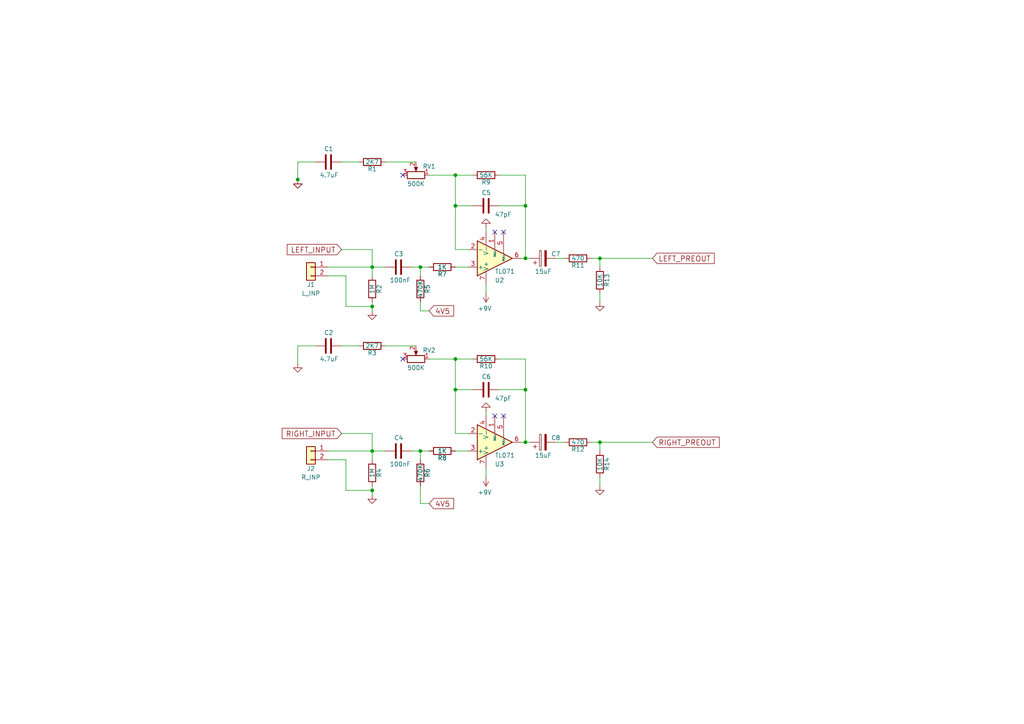
<source format=kicad_sch>
(kicad_sch (version 20250114) (generator "eeschema") (generator_version "9.0")
  (paper "A4")
  (lib_symbols
    (symbol "Amplifier_Operational:TL071" (pin_names (offset 0.127))
      (property "Reference" "U" (at 0 6.35 0))
      (property "Value" "TL071" (at 0 3.81 0))
      (symbol "TL071_0_1"
        (polyline (pts (xy -5.08 5.08) (xy 5.08 0) (xy -5.08 -5.08) (xy -5.08 5.08)) (stroke (width 0.254)) (fill (type background)))
      )
      (symbol "TL071_1_1"
        (pin input line (at -7.62 2.54 0) (length 2.54) (name "+") (number "3"))
        (pin input line (at -7.62 -2.54 0) (length 2.54) (name "-") (number "2"))
        (pin power_in line (at -2.54 7.62 270) (length 3.81) (name "V+") (number "7"))
        (pin power_in line (at -2.54 -7.62 90) (length 3.81) (name "V-") (number "4"))
        (pin no_connect line (at 0 2.54 270) (length 2.54) (hide yes) (name "NC") (number "8"))
        (pin input line (at 0 -7.62 90) (length 5.08) (name "NULL") (number "1"))
        (pin input line (at 2.54 -7.62 90) (length 6.35) (name "NULL") (number "5"))
        (pin output line (at 7.62 0 180) (length 2.54) (name "~") (number "6"))
      )
    )
    (symbol "Connector_Generic:Conn_01x02" (pin_names (offset 1.016) (hide yes))
      (property "Reference" "J" (at 0 2.54 0))
      (property "Value" "Conn_01x02" (at 0 -5.08 0))
      (symbol "Conn_01x02_1_1"
        (rectangle (start -1.27 1.27) (end 1.27 -3.81) (stroke (width 0.254)) (fill (type background)))
        (rectangle (start -1.27 0.127) (end 0 -0.127) (stroke (width 0.1524)))
        (rectangle (start -1.27 -2.413) (end 0 -2.667) (stroke (width 0.1524)))
        (pin passive line (at -5.08 0 0) (length 3.81) (name "Pin_1") (number "1"))
        (pin passive line (at -5.08 -2.54 0) (length 3.81) (name "Pin_2") (number "2"))
      )
    )
    (symbol "Device:C" (pin_numbers (hide yes)) (pin_names (offset 0.254))
      (property "Reference" "C" (at 0.635 2.54 0))
      (property "Value" "C" (at 0.635 -2.54 0))
      (symbol "C_0_1"
        (polyline (pts (xy -2.032 0.762) (xy 2.032 0.762)) (stroke (width 0.508)))
        (polyline (pts (xy -2.032 -0.762) (xy 2.032 -0.762)) (stroke (width 0.508)))
      )
      (symbol "C_1_1"
        (pin passive line (at 0 3.81 270) (length 2.794) (name "~") (number "1"))
        (pin passive line (at 0 -3.81 90) (length 2.794) (name "~") (number "2"))
      )
    )
    (symbol "Device:C_Polarized" (pin_numbers (hide yes)) (pin_names (offset 0.254))
      (property "Reference" "C" (at 0.635 2.54 0))
      (property "Value" "C_Polarized" (at 0.635 -2.54 0))
      (symbol "C_Polarized_0_1"
        (rectangle (start -2.286 0.508) (end 2.286 1.016))
        (polyline (pts (xy -1.778 2.286) (xy -0.762 2.286)))
        (polyline (pts (xy -1.27 2.794) (xy -1.27 1.778)))
        (rectangle (start 2.286 -0.508) (end -2.286 -1.016) (fill (type outline)))
      )
      (symbol "C_Polarized_1_1"
        (pin passive line (at 0 3.81 270) (length 2.794) (name "~") (number "1"))
        (pin passive line (at 0 -3.81 90) (length 2.794) (name "~") (number "2"))
      )
    )
    (symbol "Device:R" (pin_numbers (hide yes)) (pin_names (offset 0))
      (property "Reference" "R" (at 2.032 0 90))
      (property "Value" "R" (at 0 0 90))
      (symbol "R_0_1"
        (rectangle (start -1.016 -2.54) (end 1.016 2.54) (stroke (width 0.254)))
      )
      (symbol "R_1_1"
        (pin passive line (at 0 3.81 270) (length 1.27) (name "~") (number "1"))
        (pin passive line (at 0 -3.81 90) (length 1.27) (name "~") (number "2"))
      )
    )
    (symbol "Device:R_Potentiometer" (pin_names (offset 1.016) (hide yes))
      (property "Reference" "RV" (at -4.445 0 90))
      (property "Value" "R_Potentiometer" (at -2.54 0 90))
      (symbol "R_Potentiometer_0_1"
        (rectangle (start 1.016 2.54) (end -1.016 -2.54) (stroke (width 0.254)))
        (polyline (pts (xy 1.143 0) (xy 2.286 0.508) (xy 2.286 -0.508) (xy 1.143 0)) (fill (type outline)))
        (polyline (pts (xy 2.54 0) (xy 1.524 0)))
      )
      (symbol "R_Potentiometer_1_1"
        (pin passive line (at 0 3.81 270) (length 1.27) (name "1") (number "1"))
        (pin passive line (at 0 -3.81 90) (length 1.27) (name "3") (number "3"))
        (pin passive line (at 3.81 0 180) (length 1.27) (name "2") (number "2"))
      )
    )
    (symbol "power:+9V" (power) (pin_names (offset 0))
      (property "Value" "+9V" (at 0 3.556 0))
      (symbol "+9V_0_1"
        (polyline (pts (xy -0.762 1.27) (xy 0 2.54)))
        (polyline (pts (xy 0 2.54) (xy 0.762 1.27)))
        (polyline (pts (xy 0 0) (xy 0 2.54)))
      )
      (symbol "+9V_1_1"
        (pin power_in line (at 0 0 90) (length 0) (hide yes) (name "+9V") (number "1"))
      )
    )
    (symbol "power:GND" (power) (pin_names (offset 0))
      (property "Value" "GND" (at 0 -3.81 0))
      (symbol "GND_0_1"
        (polyline (pts (xy 0 0) (xy 0 -1.27) (xy 1.27 -1.27) (xy 0 -2.54) (xy -1.27 -1.27) (xy 0 -1.27)))
      )
      (symbol "GND_1_1"
        (pin power_in line (at 0 0 270) (length 0) (hide yes) (name "GND") (number "1"))
      )
    )
  )
  (junction (at 121.92 77.47))
  (junction (at 132.08 59.69))
  (junction (at 121.92 130.81))
  (junction (at 152.4 74.93))
  (junction (at 152.4 128.27))
  (junction (at 132.08 50.8))
  (junction (at 107.95 142.24))
  (junction (at 152.4 59.69))
  (junction (at 132.08 113.03))
  (junction (at 107.95 130.81))
  (junction (at 132.08 104.14))
  (junction (at 107.95 77.47))
  (junction (at 152.4 113.03))
  (junction (at 107.95 88.9))
  (junction (at 86.36 52.07))
  (junction (at 173.99 74.93))
  (junction (at 173.99 128.27))
  (no_connect (at 143.51 120.65))
  (no_connect (at 146.05 67.31))
  (no_connect (at 143.51 67.31))
  (no_connect (at 116.84 50.8))
  (no_connect (at 116.84 104.14))
  (no_connect (at 146.05 120.65))
  (wire (pts (xy 121.92 80.01) (xy 121.92 77.47)))
  (wire (pts (xy 107.95 88.9) (xy 107.95 90.17)))
  (wire (pts (xy 173.99 128.27) (xy 173.99 130.81)))
  (wire (pts (xy 140.97 82.55) (xy 140.97 85.09)))
  (wire (pts (xy 111.76 100.33) (xy 120.65 100.33)))
  (wire (pts (xy 107.95 72.39) (xy 107.95 77.47)))
  (wire (pts (xy 121.92 140.97) (xy 121.92 146.05)))
  (wire (pts (xy 137.16 113.03) (xy 132.08 113.03)))
  (wire (pts (xy 144.78 50.8) (xy 152.4 50.8)))
  (wire (pts (xy 151.13 74.93) (xy 152.4 74.93)))
  (wire (pts (xy 107.95 72.39) (xy 99.06 72.39)))
  (wire (pts (xy 132.08 113.03) (xy 132.08 125.73)))
  (wire (pts (xy 171.45 128.27) (xy 173.99 128.27)))
  (wire (pts (xy 173.99 85.09) (xy 173.99 87.63)))
  (wire (pts (xy 99.06 46.99) (xy 104.14 46.99)))
  (wire (pts (xy 144.78 113.03) (xy 152.4 113.03)))
  (wire (pts (xy 95.25 133.35) (xy 100.33 133.35)))
  (wire (pts (xy 140.97 119.38) (xy 140.97 120.65)))
  (wire (pts (xy 173.99 128.27) (xy 189.23 128.27)))
  (wire (pts (xy 132.08 72.39) (xy 135.89 72.39)))
  (wire (pts (xy 100.33 133.35) (xy 100.33 142.24)))
  (wire (pts (xy 107.95 80.01) (xy 107.95 77.47)))
  (wire (pts (xy 132.08 50.8) (xy 137.16 50.8)))
  (wire (pts (xy 152.4 50.8) (xy 152.4 59.69)))
  (wire (pts (xy 121.92 133.35) (xy 121.92 130.81)))
  (wire (pts (xy 86.36 46.99) (xy 91.44 46.99)))
  (wire (pts (xy 121.92 87.63) (xy 121.92 90.17)))
  (wire (pts (xy 95.25 130.81) (xy 107.95 130.81)))
  (wire (pts (xy 161.29 128.27) (xy 163.83 128.27)))
  (wire (pts (xy 100.33 88.9) (xy 107.95 88.9)))
  (wire (pts (xy 119.38 130.81) (xy 121.92 130.81)))
  (wire (pts (xy 124.46 104.14) (xy 132.08 104.14)))
  (wire (pts (xy 152.4 128.27) (xy 153.67 128.27)))
  (wire (pts (xy 107.95 87.63) (xy 107.95 88.9)))
  (wire (pts (xy 152.4 59.69) (xy 152.4 74.93)))
  (wire (pts (xy 137.16 59.69) (xy 132.08 59.69)))
  (wire (pts (xy 107.95 125.73) (xy 107.95 130.81)))
  (wire (pts (xy 107.95 142.24) (xy 107.95 143.51)))
  (wire (pts (xy 132.08 59.69) (xy 132.08 72.39)))
  (wire (pts (xy 99.06 125.73) (xy 107.95 125.73)))
  (wire (pts (xy 95.25 77.47) (xy 107.95 77.47)))
  (wire (pts (xy 86.36 100.33) (xy 91.44 100.33)))
  (wire (pts (xy 173.99 138.43) (xy 173.99 140.97)))
  (wire (pts (xy 95.25 80.01) (xy 100.33 80.01)))
  (wire (pts (xy 107.95 133.35) (xy 107.95 130.81)))
  (wire (pts (xy 107.95 140.97) (xy 107.95 142.24)))
  (wire (pts (xy 132.08 125.73) (xy 135.89 125.73)))
  (wire (pts (xy 132.08 77.47) (xy 135.89 77.47)))
  (wire (pts (xy 173.99 74.93) (xy 189.23 74.93)))
  (wire (pts (xy 161.29 74.93) (xy 163.83 74.93)))
  (wire (pts (xy 107.95 77.47) (xy 111.76 77.47)))
  (wire (pts (xy 119.38 77.47) (xy 121.92 77.47)))
  (wire (pts (xy 86.36 105.41) (xy 86.36 100.33)))
  (wire (pts (xy 100.33 80.01) (xy 100.33 88.9)))
  (wire (pts (xy 173.99 74.93) (xy 173.99 77.47)))
  (wire (pts (xy 140.97 135.89) (xy 140.97 138.43)))
  (wire (pts (xy 121.92 130.81) (xy 124.46 130.81)))
  (wire (pts (xy 171.45 74.93) (xy 173.99 74.93)))
  (wire (pts (xy 144.78 59.69) (xy 152.4 59.69)))
  (wire (pts (xy 152.4 104.14) (xy 152.4 113.03)))
  (wire (pts (xy 124.46 50.8) (xy 132.08 50.8)))
  (wire (pts (xy 132.08 104.14) (xy 132.08 113.03)))
  (wire (pts (xy 132.08 50.8) (xy 132.08 59.69)))
  (wire (pts (xy 121.92 90.17) (xy 124.46 90.17)))
  (wire (pts (xy 107.95 130.81) (xy 111.76 130.81)))
  (wire (pts (xy 132.08 104.14) (xy 137.16 104.14)))
  (wire (pts (xy 152.4 74.93) (xy 153.67 74.93)))
  (wire (pts (xy 86.36 52.07) (xy 86.36 46.99)))
  (wire (pts (xy 99.06 100.33) (xy 104.14 100.33)))
  (wire (pts (xy 111.76 46.99) (xy 120.65 46.99)))
  (wire (pts (xy 121.92 146.05) (xy 124.46 146.05)))
  (wire (pts (xy 151.13 128.27) (xy 152.4 128.27)))
  (wire (pts (xy 132.08 130.81) (xy 135.89 130.81)))
  (wire (pts (xy 121.92 77.47) (xy 124.46 77.47)))
  (wire (pts (xy 100.33 142.24) (xy 107.95 142.24)))
  (wire (pts (xy 140.97 66.04) (xy 140.97 67.31)))
  (wire (pts (xy 144.78 104.14) (xy 152.4 104.14)))
  (wire (pts (xy 152.4 113.03) (xy 152.4 128.27)))
  (global_label "RIGHT_PREOUT" (shape input) (at 189.23 128.27 0) (effects (font (size 1.524 1.524))) (property "Intersheetrefs" "${INTERSHEET_REFS}" (effects (hide yes))) (property "Referencias entre hojas" "${INTERSHEET_REFS}" (effects (hide yes))))
  (global_label "4V5" (shape input) (at 124.46 90.17 0) (effects (font (size 1.524 1.524))) (property "Intersheetrefs" "${INTERSHEET_REFS}" (effects (hide yes))) (property "Referencias entre hojas" "${INTERSHEET_REFS}" (effects (hide yes))))
  (global_label "LEFT_PREOUT" (shape input) (at 189.23 74.93 0) (effects (font (size 1.524 1.524))) (property "Intersheetrefs" "${INTERSHEET_REFS}" (effects (hide yes))) (property "Referencias entre hojas" "${INTERSHEET_REFS}" (effects (hide yes))))
  (global_label "4V5" (shape input) (at 124.46 146.05 0) (effects (font (size 1.524 1.524))) (property "Intersheetrefs" "${INTERSHEET_REFS}" (effects (hide yes))) (property "Referencias entre hojas" "${INTERSHEET_REFS}" (effects (hide yes))))
  (global_label "RIGHT_INPUT" (shape input) (at 99.06 125.73 180) (effects (font (size 1.524 1.524))) (property "Intersheetrefs" "${INTERSHEET_REFS}" (effects (hide yes))) (property "Referencias entre hojas" "${INTERSHEET_REFS}" (effects (hide yes))))
  (global_label "LEFT_INPUT" (shape input) (at 99.06 72.39 180) (effects (font (size 1.524 1.524))) (property "Intersheetrefs" "${INTERSHEET_REFS}" (effects (hide yes))) (property "Referencias entre hojas" "${INTERSHEET_REFS}" (effects (hide yes))))
  (symbol (lib_id "Connector_Generic:Conn_01x02") (at 90.17 77.47 0) (mirror y) (unit 1)
    (property "Reference" "J1" (at 90.17 82.55 0))
    (property "Value" "L_INP" (at 90.17 85.09 0))
    (property "Footprint" "Connector_Wire:SolderWire-0.75sqmm_1x02_P4.8mm_D1.25mm_OD2.3mm" (effects (hide yes)))
  )
  (symbol (lib_id "Connector_Generic:Conn_01x02") (at 90.17 130.81 0) (mirror y) (unit 1)
    (property "Reference" "J2" (at 90.17 135.89 0))
    (property "Value" "R_INP" (at 90.17 138.43 0))
    (property "Footprint" "Connector_Wire:SolderWire-0.75sqmm_1x02_P4.8mm_D1.25mm_OD2.3mm" (effects (hide yes)))
  )
  (symbol (lib_id "Amplifier_Operational:TL071") (at 143.51 74.93 0) (mirror x) (unit 1)
    (property "Reference" "U2" (at 143.51 81.28 0) (effects (justify left)))
    (property "Value" "TL071" (at 143.51 78.74 0) (effects (justify left)))
    (property "Footprint" "Package_SO:SOIC-8_3.9x4.9mm_P1.27mm" (effects (hide yes)))
  )
  (symbol (lib_id "power:GND") (at 86.36 52.07 0) (unit 1)
    (property "Reference" "#PWR01" (effects (hide yes)))
    (property "Value" "GND" (effects (hide yes)))
  )
  (symbol (lib_id "Device:R") (at 107.95 83.82 0) (unit 1)
    (property "Reference" "R2" (at 109.982 83.82 90))
    (property "Value" "1M" (at 107.95 83.82 90))
    (property "Footprint" "Resistor_SMD:R_0805_2012Metric" (effects (hide yes)))
  )
  (symbol (lib_id "Device:R") (at 121.92 83.82 0) (unit 1)
    (property "Reference" "R5" (at 123.952 83.82 90))
    (property "Value" "470K" (at 121.92 83.82 90))
    (property "Footprint" "Resistor_SMD:R_0805_2012Metric" (effects (hide yes)))
  )
  (symbol (lib_id "Device:R") (at 173.99 81.28 0) (unit 1)
    (property "Reference" "R13" (at 176.022 81.28 90))
    (property "Value" "10K" (at 173.99 81.28 90))
    (property "Footprint" "Resistor_SMD:R_0805_2012Metric" (effects (hide yes)))
  )
  (symbol (lib_id "Device:R") (at 167.64 74.93 270) (unit 1)
    (property "Reference" "R11" (at 167.64 76.962 90))
    (property "Value" "470" (at 167.64 74.93 90))
    (property "Footprint" "Resistor_SMD:R_0805_2012Metric" (effects (hide yes)))
  )
  (symbol (lib_id "Device:R") (at 128.27 77.47 270) (unit 1)
    (property "Reference" "R7" (at 128.27 79.502 90))
    (property "Value" "1K" (at 128.27 77.47 90))
    (property "Footprint" "Resistor_SMD:R_0805_2012Metric" (effects (hide yes)))
  )
  (symbol (lib_id "Device:R") (at 107.95 46.99 270) (unit 1)
    (property "Reference" "R1" (at 107.95 49.022 90))
    (property "Value" "2K7" (at 107.95 46.99 90))
    (property "Footprint" "Resistor_SMD:R_0805_2012Metric" (effects (hide yes)))
  )
  (symbol (lib_id "Device:R") (at 140.97 50.8 270) (unit 1)
    (property "Reference" "R9" (at 140.97 52.832 90))
    (property "Value" "56K" (at 140.97 50.8 90))
    (property "Footprint" "Resistor_SMD:R_0805_2012Metric" (effects (hide yes)))
  )
  (symbol (lib_id "Device:C") (at 115.57 77.47 270) (unit 1)
    (property "Reference" "C3" (at 114.3 73.66 90) (effects (justify left)))
    (property "Value" "100nF" (at 113.03 81.28 90) (effects (justify left)))
    (property "Footprint" "Capacitor_SMD:C_0805_2012Metric" (effects (hide yes)))
  )
  (symbol (lib_id "Device:C") (at 95.25 46.99 270) (unit 1)
    (property "Reference" "C1" (at 93.98 43.18 90) (effects (justify left)))
    (property "Value" "4.7uF" (at 92.71 50.8 90) (effects (justify left)))
    (property "Footprint" "Capacitor_SMD:C_0805_2012Metric" (effects (hide yes)))
  )
  (symbol (lib_id "Device:C") (at 140.97 59.69 270) (unit 1)
    (property "Reference" "C5" (at 139.7 55.88 90) (effects (justify left)))
    (property "Value" "47pF" (at 143.51 62.23 90) (effects (justify left)))
    (property "Footprint" "Capacitor_SMD:C_0805_2012Metric" (effects (hide yes)))
  )
  (symbol (lib_id "power:GND") (at 107.95 90.17 0) (unit 1)
    (property "Reference" "#PWR05" (effects (hide yes)))
    (property "Value" "GND" (effects (hide yes)))
  )
  (symbol (lib_id "power:GND") (at 140.97 66.04 0) (mirror x) (unit 1)
    (property "Reference" "#PWR07" (effects (hide yes)))
    (property "Value" "GND" (effects (hide yes)))
  )
  (symbol (lib_id "power:GND") (at 173.99 87.63 0) (unit 1)
    (property "Reference" "#PWR013" (effects (hide yes)))
    (property "Value" "GND" (effects (hide yes)))
  )
  (symbol (lib_id "power:GND") (at 86.36 52.07 0) (unit 1)
    (property "Reference" "#PWR02" (effects (hide yes)))
    (property "Value" "GND" (effects (hide yes)))
  )
  (symbol (lib_id "Device:R_Potentiometer") (at 120.65 50.8 270) (mirror x) (unit 1)
    (property "Reference" "RV1" (at 124.46 48.26 90))
    (property "Value" "500K" (at 120.65 53.34 90))
    (property "Footprint" "Connector_Wire:SolderWire-0.75sqmm_1x02_P4.8mm_D1.25mm_OD2.3mm" (effects (hide yes)))
  )
  (symbol (lib_id "Amplifier_Operational:TL071") (at 143.51 128.27 0) (mirror x) (unit 1)
    (property "Reference" "U3" (at 143.51 134.62 0) (effects (justify left)))
    (property "Value" "TL071" (at 143.51 132.08 0) (effects (justify left)))
    (property "Footprint" "Package_SO:SOIC-8_3.9x4.9mm_P1.27mm" (effects (hide yes)))
  )
  (symbol (lib_id "Device:R") (at 107.95 137.16 0) (unit 1)
    (property "Reference" "R4" (at 109.982 137.16 90))
    (property "Value" "1M" (at 107.95 137.16 90))
    (property "Footprint" "Resistor_SMD:R_0805_2012Metric" (effects (hide yes)))
  )
  (symbol (lib_id "Device:R") (at 121.92 137.16 0) (unit 1)
    (property "Reference" "R6" (at 123.952 137.16 90))
    (property "Value" "470K" (at 121.92 137.16 90))
    (property "Footprint" "Resistor_SMD:R_0805_2012Metric" (effects (hide yes)))
  )
  (symbol (lib_id "Device:R") (at 173.99 134.62 0) (unit 1)
    (property "Reference" "R14" (at 176.022 134.62 90))
    (property "Value" "10K" (at 173.99 134.62 90))
    (property "Footprint" "Resistor_SMD:R_0805_2012Metric" (effects (hide yes)))
  )
  (symbol (lib_id "Device:R") (at 167.64 128.27 270) (unit 1)
    (property "Reference" "R12" (at 167.64 130.302 90))
    (property "Value" "470" (at 167.64 128.27 90))
    (property "Footprint" "Resistor_SMD:R_0805_2012Metric" (effects (hide yes)))
  )
  (symbol (lib_id "Device:R") (at 128.27 130.81 270) (unit 1)
    (property "Reference" "R8" (at 128.27 132.842 90))
    (property "Value" "1K" (at 128.27 130.81 90))
    (property "Footprint" "Resistor_SMD:R_0805_2012Metric" (effects (hide yes)))
  )
  (symbol (lib_id "Device:R") (at 107.95 100.33 270) (unit 1)
    (property "Reference" "R3" (at 107.95 102.362 90))
    (property "Value" "2K7" (at 107.95 100.33 90))
    (property "Footprint" "Resistor_SMD:R_0805_2012Metric" (effects (hide yes)))
  )
  (symbol (lib_id "Device:R") (at 140.97 104.14 270) (unit 1)
    (property "Reference" "R10" (at 140.97 106.172 90))
    (property "Value" "56K" (at 140.97 104.14 90))
    (property "Footprint" "Resistor_SMD:R_0805_2012Metric" (effects (hide yes)))
  )
  (symbol (lib_id "Device:C") (at 115.57 130.81 270) (unit 1)
    (property "Reference" "C4" (at 114.3 127 90) (effects (justify left)))
    (property "Value" "100nF" (at 113.03 134.62 90) (effects (justify left)))
    (property "Footprint" "Capacitor_SMD:C_0805_2012Metric" (effects (hide yes)))
  )
  (symbol (lib_id "Device:C") (at 95.25 100.33 270) (unit 1)
    (property "Reference" "C2" (at 93.98 96.52 90) (effects (justify left)))
    (property "Value" "4.7uF" (at 92.71 104.14 90) (effects (justify left)))
    (property "Footprint" "Capacitor_SMD:C_0805_2012Metric" (effects (hide yes)))
  )
  (symbol (lib_id "Device:C") (at 140.97 113.03 270) (unit 1)
    (property "Reference" "C6" (at 139.7 109.22 90) (effects (justify left)))
    (property "Value" "47pF" (at 143.51 115.57 90) (effects (justify left)))
    (property "Footprint" "Capacitor_SMD:C_0805_2012Metric" (effects (hide yes)))
  )
  (symbol (lib_id "power:GND") (at 107.95 143.51 0) (unit 1)
    (property "Reference" "#PWR06" (effects (hide yes)))
    (property "Value" "GND" (effects (hide yes)))
  )
  (symbol (lib_id "power:GND") (at 140.97 119.38 0) (mirror x) (unit 1)
    (property "Reference" "#PWR010" (effects (hide yes)))
    (property "Value" "GND" (effects (hide yes)))
  )
  (symbol (lib_id "power:GND") (at 173.99 140.97 0) (unit 1)
    (property "Reference" "#PWR014" (effects (hide yes)))
    (property "Value" "GND" (effects (hide yes)))
  )
  (symbol (lib_id "power:GND") (at 86.36 105.41 0) (unit 1)
    (property "Reference" "#PWR04" (effects (hide yes)))
    (property "Value" "GND" (effects (hide yes)))
  )
  (symbol (lib_id "Device:R_Potentiometer") (at 120.65 104.14 270) (mirror x) (unit 1)
    (property "Reference" "RV2" (at 124.46 101.6 90))
    (property "Value" "500K" (at 120.65 106.68 90))
    (property "Footprint" "Connector_Wire:SolderWire-0.75sqmm_1x02_P4.8mm_D1.25mm_OD2.3mm" (effects (hide yes)))
  )
  (symbol (lib_id "Device:C_Polarized") (at 157.48 74.93 90) (unit 1)
    (property "Reference" "C7" (at 162.56 73.66 90) (effects (justify left)))
    (property "Value" "15uF" (at 160.02 78.74 90) (effects (justify left)))
    (property "Footprint" "Capacitor_SMD:C_0805_2012Metric" (effects (hide yes)))
  )
  (symbol (lib_id "Device:C_Polarized") (at 157.48 128.27 90) (unit 1)
    (property "Reference" "C8" (at 162.56 127 90) (effects (justify left)))
    (property "Value" "15uF" (at 160.02 132.08 90) (effects (justify left)))
    (property "Footprint" "Capacitor_SMD:C_0805_2012Metric" (effects (hide yes)))
  )
  (symbol (lib_id "power:+9V") (at 140.97 85.09 180) (unit 1)
    (property "Reference" "#PWR0116" (effects (hide yes)))
    (property "Value" "+9V" (at 140.589 89.4842 0))
  )
  (symbol (lib_id "power:+9V") (at 140.97 138.43 180) (unit 1)
    (property "Reference" "#PWR0117" (effects (hide yes)))
    (property "Value" "+9V" (at 140.589 142.8242 0))
  )
)
</source>
